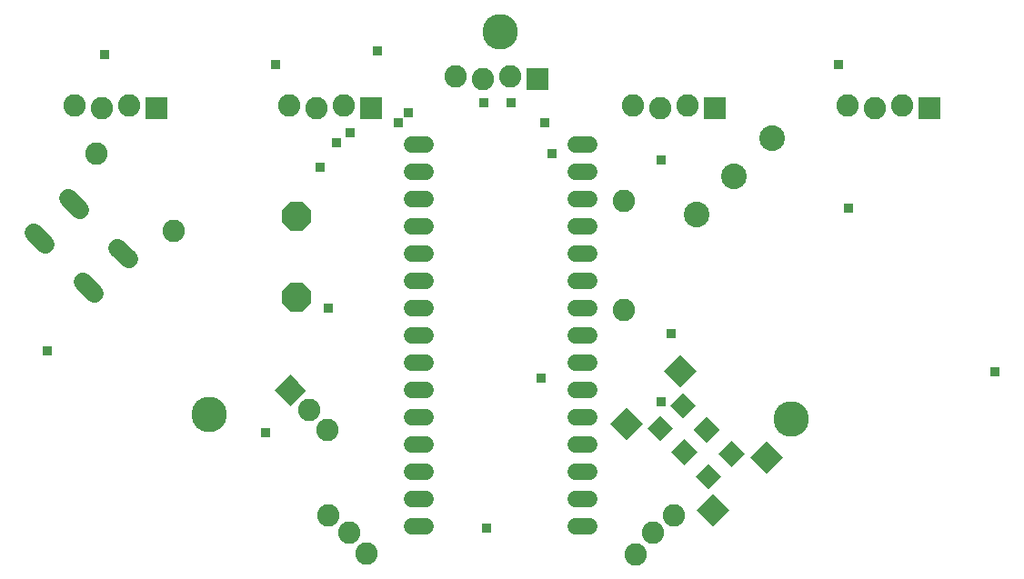
<source format=gbs>
G75*
%MOIN*%
%OFA0B0*%
%FSLAX25Y25*%
%IPPOS*%
%LPD*%
%AMOC8*
5,1,8,0,0,1.08239X$1,22.5*
%
%ADD10C,0.13005*%
%ADD11C,0.09400*%
%ADD12C,0.08200*%
%ADD13OC8,0.10800*%
%ADD14R,0.08200X0.08200*%
%ADD15C,0.05950*%
%ADD16C,0.06800*%
%ADD17R,0.08200X0.08200*%
%ADD18R,0.08477X0.08477*%
%ADD19R,0.06737X0.06737*%
%ADD20R,0.03778X0.03778*%
D10*
X0121438Y0098308D03*
X0334910Y0096808D03*
X0228209Y0238957D03*
D11*
X0313993Y0185789D03*
X0327912Y0199708D03*
X0300073Y0171870D03*
D12*
X0273623Y0176743D03*
X0286950Y0210898D03*
X0296950Y0211898D03*
X0276950Y0211898D03*
X0231989Y0222459D03*
X0221989Y0221459D03*
X0211989Y0222459D03*
X0170965Y0211898D03*
X0160965Y0210898D03*
X0150965Y0211898D03*
X0092225Y0211898D03*
X0082225Y0210898D03*
X0072225Y0211898D03*
X0080209Y0194044D03*
X0108493Y0165760D03*
X0158105Y0100050D03*
X0164988Y0092796D03*
X0165122Y0061585D03*
X0172900Y0055221D03*
X0179264Y0047443D03*
X0277813Y0047300D03*
X0284177Y0055079D03*
X0291955Y0061443D03*
X0273623Y0136743D03*
X0365690Y0210898D03*
X0355690Y0211898D03*
X0375690Y0211898D03*
D13*
X0153406Y0171080D03*
X0153406Y0141480D03*
D14*
X0180965Y0210898D03*
X0241989Y0221459D03*
X0306950Y0210898D03*
X0385690Y0210898D03*
X0102225Y0210898D03*
D15*
X0195792Y0197359D02*
X0200942Y0197359D01*
X0200942Y0187359D02*
X0195792Y0187359D01*
X0195792Y0177359D02*
X0200942Y0177359D01*
X0200942Y0167359D02*
X0195792Y0167359D01*
X0195792Y0157359D02*
X0200942Y0157359D01*
X0200942Y0147359D02*
X0195792Y0147359D01*
X0195792Y0137359D02*
X0200942Y0137359D01*
X0200942Y0127359D02*
X0195792Y0127359D01*
X0195792Y0117359D02*
X0200942Y0117359D01*
X0200942Y0107359D02*
X0195792Y0107359D01*
X0195792Y0097359D02*
X0200942Y0097359D01*
X0200942Y0087359D02*
X0195792Y0087359D01*
X0195792Y0077359D02*
X0200942Y0077359D01*
X0200942Y0067359D02*
X0195792Y0067359D01*
X0195792Y0057359D02*
X0200942Y0057359D01*
X0255792Y0057359D02*
X0260942Y0057359D01*
X0260942Y0067359D02*
X0255792Y0067359D01*
X0255792Y0077359D02*
X0260942Y0077359D01*
X0260942Y0087359D02*
X0255792Y0087359D01*
X0255792Y0097359D02*
X0260942Y0097359D01*
X0260942Y0107359D02*
X0255792Y0107359D01*
X0255792Y0117359D02*
X0260942Y0117359D01*
X0260942Y0127359D02*
X0255792Y0127359D01*
X0255792Y0137359D02*
X0260942Y0137359D01*
X0260942Y0147359D02*
X0255792Y0147359D01*
X0255792Y0157359D02*
X0260942Y0157359D01*
X0260942Y0167359D02*
X0255792Y0167359D01*
X0255792Y0177359D02*
X0260942Y0177359D01*
X0260942Y0187359D02*
X0255792Y0187359D01*
X0255792Y0197359D02*
X0260942Y0197359D01*
D16*
X0092132Y0155338D02*
X0087889Y0159581D01*
X0075303Y0146994D02*
X0079545Y0142752D01*
X0061443Y0160854D02*
X0057201Y0165096D01*
X0069787Y0177683D02*
X0074030Y0173440D01*
D17*
G36*
X0151070Y0101508D02*
X0145425Y0107455D01*
X0151372Y0113100D01*
X0157017Y0107153D01*
X0151070Y0101508D01*
G37*
D18*
G36*
X0280457Y0095259D02*
X0274464Y0089266D01*
X0268471Y0095259D01*
X0274464Y0101252D01*
X0280457Y0095259D01*
G37*
G36*
X0300256Y0114493D02*
X0294263Y0108500D01*
X0288270Y0114493D01*
X0294263Y0120486D01*
X0300256Y0114493D01*
G37*
G36*
X0331722Y0082885D02*
X0325729Y0076892D01*
X0319736Y0082885D01*
X0325729Y0088878D01*
X0331722Y0082885D01*
G37*
G36*
X0312277Y0063439D02*
X0306284Y0057446D01*
X0300291Y0063439D01*
X0306284Y0069432D01*
X0312277Y0063439D01*
G37*
D19*
G36*
X0309279Y0075814D02*
X0304516Y0071051D01*
X0299753Y0075814D01*
X0304516Y0080577D01*
X0309279Y0075814D01*
G37*
G36*
X0317764Y0084016D02*
X0313001Y0079253D01*
X0308238Y0084016D01*
X0313001Y0088779D01*
X0317764Y0084016D01*
G37*
G36*
X0308713Y0092926D02*
X0303950Y0088163D01*
X0299187Y0092926D01*
X0303950Y0097689D01*
X0308713Y0092926D01*
G37*
G36*
X0300440Y0084653D02*
X0295677Y0079890D01*
X0290914Y0084653D01*
X0295677Y0089416D01*
X0300440Y0084653D01*
G37*
G36*
X0291601Y0093491D02*
X0286838Y0088728D01*
X0282075Y0093491D01*
X0286838Y0098254D01*
X0291601Y0093491D01*
G37*
G36*
X0299945Y0101694D02*
X0295182Y0096931D01*
X0290419Y0101694D01*
X0295182Y0106457D01*
X0299945Y0101694D01*
G37*
D20*
X0142048Y0091733D03*
X0165172Y0137359D03*
X0153659Y0141733D03*
X0162048Y0189233D03*
X0168298Y0198227D03*
X0173298Y0201733D03*
X0190798Y0205483D03*
X0194548Y0209233D03*
X0222048Y0212739D03*
X0232048Y0212739D03*
X0244548Y0205483D03*
X0247048Y0194233D03*
X0287048Y0191733D03*
X0355798Y0174233D03*
X0290798Y0127983D03*
X0287048Y0102983D03*
X0243298Y0111733D03*
X0223298Y0056733D03*
X0062048Y0121733D03*
X0145798Y0226733D03*
X0183298Y0231733D03*
X0083298Y0230483D03*
X0352048Y0226733D03*
X0409548Y0114233D03*
M02*

</source>
